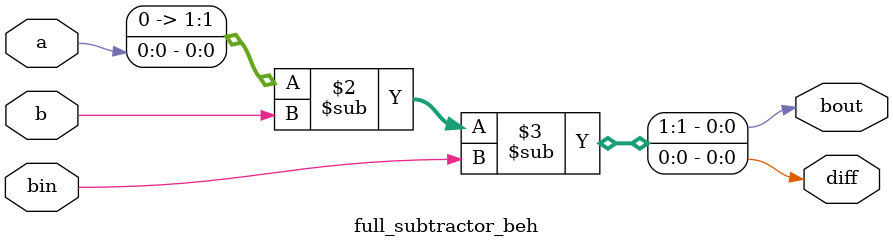
<source format=v>
module full_subtractor_beh
(
        input a,
        input b,
        input bin,
        output reg diff,
        output reg bout
);
        always @(*) begin
                {bout, diff} = {1'b0, a} - b - bin;
        end
endmodule

</source>
